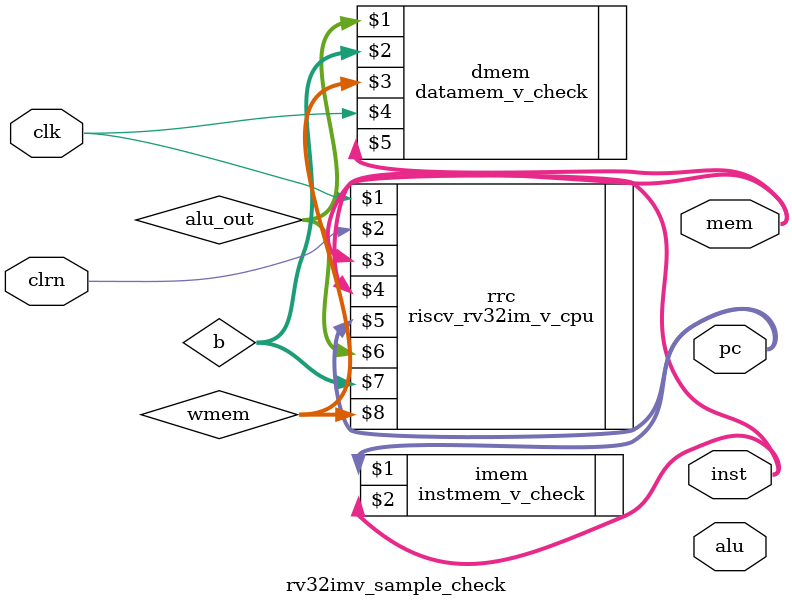
<source format=v>
module rv32imv_sample_check (clk, clrn, inst, pc, alu, mem);
  input         clk, clrn;           // clk: 50MHz
  output [31:0] inst, pc, alu, mem;
  wire    [3:0] wmem;
  wire   [31:0] alu_out, b;
  
  // clock 25mhz
  reg          clk25m = 1;
  always @(negedge clk) begin
      clk25m <= ~clk25m;              // clk25m: 25MHz
  end
  
  riscv_rv32im_v_cpu rrc (clk, clrn, inst, mem, pc, alu_out, b, wmem);
  
  instmem_v_check imem (pc,inst);
  
  datamem_v_check dmem (alu_out, b, wmem, clk, mem);
endmodule

</source>
